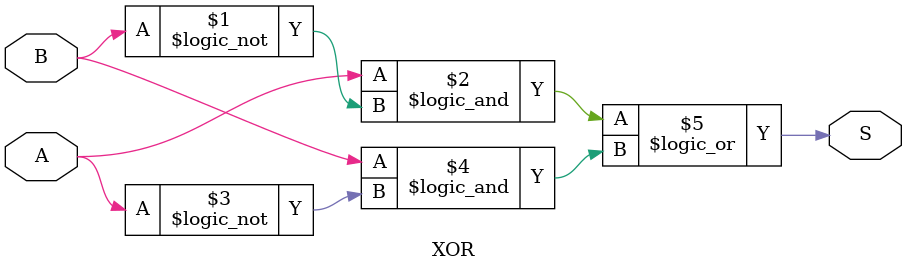
<source format=v>
module XOR(output wire S,
input wire A,B
    
);

assign S=(A  && !B) || (B && !A);

endmodule /*

Tabela Verdade

            A   |   B   |  S
            -------------------
            0   |   0   |  0
            0   |   1   |  1
            1   |   0   |  1
            1   |   1   |  0

Porta XOR
</source>
